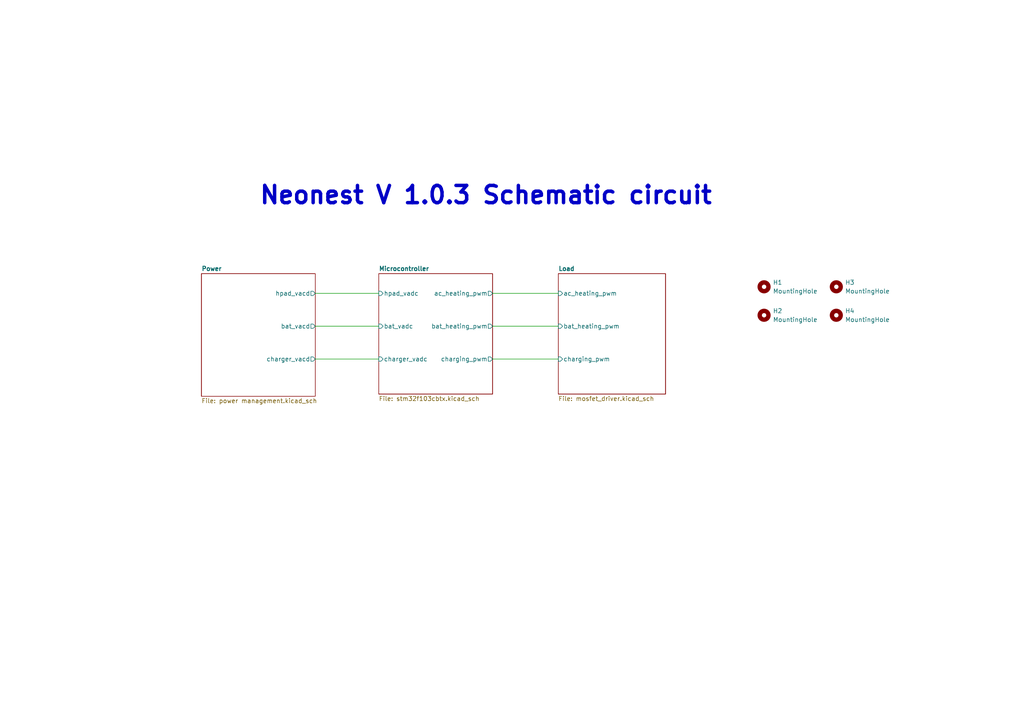
<source format=kicad_sch>
(kicad_sch (version 20230121) (generator eeschema)
  (paper "A4")
  (title_block (title "Neonest v 1.3") (date "2025-08-07") (company "Che innovations"))
  (lib_symbols
    (symbol "Mechanical:MountingHole" (pin_names (offset 1.016))
      (property "Reference" "H" (at 0 5.08 0))
      (property "Value" "MountingHole" (at 0 3.175 0))
      (symbol "MountingHole_0_1"
        (circle (center 0 0) (radius 1.27) (stroke (width 1.27)))
      )
    )
  )
  (wire (pts (xy 142.875 94.615) (xy 161.925 94.615)))
  (wire (pts (xy 91.44 85.09) (xy 109.855 85.09)))
  (wire (pts (xy 91.44 104.14) (xy 109.855 104.14)))
  (wire (pts (xy 142.875 85.09) (xy 161.925 85.09)))
  (wire (pts (xy 142.875 104.14) (xy 161.925 104.14)))
  (wire (pts (xy 91.44 94.615) (xy 109.855 94.615)))
  (text "Neonest V 1.0.3 Schematic circuit" (at 74.93 59.69 0) (effects (font (size 5 5) (thickness 1) bold) (justify left bottom)))
  (symbol (lib_id "Mechanical:MountingHole") (at 242.57 83.185 0) (unit 1)
    (property "Reference" "H3" (at 245.11 81.915 0) (effects (justify left)))
    (property "Value" "MountingHole" (at 245.11 84.455 0) (effects (justify left)))
    (property "Footprint" "MountingHole:MountingHole_4mm" (effects hide))
  )
  (symbol (lib_id "Mechanical:MountingHole") (at 221.615 91.44 0) (unit 1)
    (property "Reference" "H2" (at 224.155 90.17 0) (effects (justify left)))
    (property "Value" "MountingHole" (at 224.155 92.71 0) (effects (justify left)))
    (property "Footprint" "MountingHole:MountingHole_4mm" (effects hide))
  )
  (symbol (lib_id "Mechanical:MountingHole") (at 221.615 83.185 0) (unit 1)
    (property "Reference" "H1" (at 224.155 81.915 0) (effects (justify left)))
    (property "Value" "MountingHole" (at 224.155 84.455 0) (effects (justify left)))
    (property "Footprint" "MountingHole:MountingHole_4mm" (effects hide))
  )
  (symbol (lib_id "Mechanical:MountingHole") (at 242.57 91.44 0) (unit 1)
    (property "Reference" "H4" (at 245.11 90.17 0) (effects (justify left)))
    (property "Value" "MountingHole" (at 245.11 92.71 0) (effects (justify left)))
    (property "Footprint" "MountingHole:MountingHole_4mm" (effects hide))
  )
  (sheet (at 109.855 79.375) (size 33.02 34.925) (stroke (width 0.1524))
    (property "Sheetname" "Microcontroller" (at 109.855 78.6634 0) (effects (font bold) (justify left bottom)))
    (property "Sheetfile" "stm32f103cbtx.kicad_sch" (at 109.855 114.8846 0) (effects (justify left top)))
    (pin "hpad_vadc" input (at 109.855 85.09 180))
    (pin "bat_vadc" input (at 109.855 94.615 180))
    (pin "charger_vadc" input (at 109.855 104.14 180))
    (pin "ac_heating_pwm" output (at 142.875 85.09 0))
    (pin "bat_heating_pwm" output (at 142.875 94.615 0))
    (pin "charging_pwm" output (at 142.875 104.14 0))
  )
  (sheet (at 161.925 79.375) (size 31.115 34.925) (stroke (width 0.1524))
    (property "Sheetname" "Load" (at 161.925 78.6634 0) (effects (font bold) (justify left bottom)))
    (property "Sheetfile" "mosfet_driver.kicad_sch" (at 161.925 114.8846 0) (effects (justify left top)))
    (pin "bat_heating_pwm" input (at 161.925 94.615 180))
    (pin "ac_heating_pwm" input (at 161.925 85.09 180))
    (pin "charging_pwm" input (at 161.925 104.14 180))
  )
  (sheet (at 58.42 79.375) (size 33.02 35.56) (stroke (width 0.1524))
    (property "Sheetname" "Power" (at 58.42 78.6634 0) (effects (font bold) (justify left bottom)))
    (property "Sheetfile" "power management.kicad_sch" (at 58.42 115.5196 0) (effects (justify left top)))
    (pin "bat_vacd" output (at 91.44 94.615 0))
    (pin "charger_vacd" output (at 91.44 104.14 0))
    (pin "hpad_vacd" output (at 91.44 85.09 0))
  )
)
</source>
